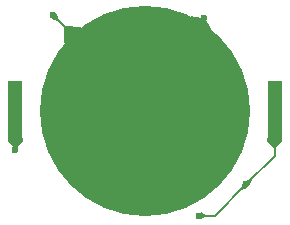
<source format=gbl>
%TF.GenerationSoftware,KiCad,Pcbnew,8.0.3*%
%TF.CreationDate,2025-02-28T01:09:01-06:00*%
%TF.ProjectId,HearingAid_Right,48656172-696e-4674-9169-645f52696768,rev?*%
%TF.SameCoordinates,Original*%
%TF.FileFunction,Copper,L2,Bot*%
%TF.FilePolarity,Positive*%
%FSLAX46Y46*%
G04 Gerber Fmt 4.6, Leading zero omitted, Abs format (unit mm)*
G04 Created by KiCad (PCBNEW 8.0.3) date 2025-02-28 01:09:01*
%MOMM*%
%LPD*%
G01*
G04 APERTURE LIST*
%TA.AperFunction,SMDPad,CuDef*%
%ADD10R,1.270000X5.080000*%
%TD*%
%TA.AperFunction,SMDPad,CuDef*%
%ADD11C,17.800000*%
%TD*%
%TA.AperFunction,ViaPad*%
%ADD12C,0.600000*%
%TD*%
%TA.AperFunction,Conductor*%
%ADD13C,0.127000*%
%TD*%
%TA.AperFunction,Conductor*%
%ADD14C,0.200000*%
%TD*%
G04 APERTURE END LIST*
D10*
%TO.P,BT1,1,+*%
%TO.N,B+*%
X133085000Y-70283630D03*
X111115000Y-70283630D03*
D11*
%TO.P,BT1,2,-*%
%TO.N,B-*%
X122100000Y-70283630D03*
%TD*%
D12*
%TO.N,B-*%
X127113413Y-62426587D03*
X114350000Y-62213500D03*
%TO.N,B+*%
X130670000Y-76540000D03*
X111115000Y-73595000D03*
X126720001Y-79186119D03*
%TD*%
D13*
%TO.N,B-*%
X122100000Y-66720000D02*
X122100000Y-70283630D01*
X122100000Y-69963500D02*
X114350000Y-62213500D01*
X122100000Y-70283630D02*
X122100000Y-69963500D01*
D14*
X127113413Y-65270217D02*
X122100000Y-70283630D01*
X127113413Y-62426587D02*
X127113413Y-65270217D01*
D13*
%TO.N,B+*%
X130670000Y-76540000D02*
X133085000Y-74125000D01*
X111115000Y-73595000D02*
X111115000Y-70283630D01*
X126720001Y-79186119D02*
X128023881Y-79186119D01*
X133085000Y-74125000D02*
X133085000Y-70283630D01*
X128023881Y-79186119D02*
X130670000Y-76540000D01*
%TD*%
%TA.AperFunction,Conductor*%
%TO.N,B-*%
G36*
X115320468Y-63089223D02*
G01*
X116711101Y-63199452D01*
X116719077Y-63203521D01*
X116719491Y-63204035D01*
X122038158Y-70202038D01*
X122040436Y-70210699D01*
X122035923Y-70218433D01*
X122027262Y-70220711D01*
X122021346Y-70218100D01*
X115283686Y-64594704D01*
X115279530Y-64586772D01*
X115279494Y-64586205D01*
X115225494Y-63183707D01*
X115228600Y-63175310D01*
X115228886Y-63175013D01*
X115311285Y-63092613D01*
X115319557Y-63089187D01*
X115320468Y-63089223D01*
G37*
%TD.AperFunction*%
%TD*%
%TA.AperFunction,Conductor*%
%TO.N,B-*%
G36*
X114625087Y-62103251D02*
G01*
X114631399Y-62109603D01*
X114631482Y-62109810D01*
X114816401Y-62585748D01*
X114816203Y-62594700D01*
X114813768Y-62598258D01*
X114734758Y-62677268D01*
X114726485Y-62680695D01*
X114722248Y-62679901D01*
X114246310Y-62494982D01*
X114239839Y-62488791D01*
X114239641Y-62479839D01*
X114239686Y-62479725D01*
X114347436Y-62217314D01*
X114353746Y-62210964D01*
X114616134Y-62103224D01*
X114625087Y-62103251D01*
G37*
%TD.AperFunction*%
%TD*%
%TA.AperFunction,Conductor*%
%TO.N,B-*%
G36*
X126379506Y-62351270D02*
G01*
X127013411Y-62426587D01*
X127013413Y-62426587D01*
X127206216Y-62426587D01*
X127214489Y-62430014D01*
X127216659Y-62433011D01*
X127690035Y-63369913D01*
X127690707Y-63378842D01*
X127688685Y-63382552D01*
X122165002Y-70204351D01*
X122157132Y-70208624D01*
X122148546Y-70206081D01*
X122144273Y-70198211D01*
X122145399Y-70191848D01*
X126000111Y-62314081D01*
X126006825Y-62308157D01*
X126011999Y-62307606D01*
X126379506Y-62351270D01*
G37*
%TD.AperFunction*%
%TD*%
%TA.AperFunction,Conductor*%
%TO.N,B-*%
G36*
X127380264Y-62537083D02*
G01*
X127386576Y-62543435D01*
X127386743Y-62551892D01*
X127216220Y-63018900D01*
X127210164Y-63025496D01*
X127205230Y-63026587D01*
X127021596Y-63026587D01*
X127013323Y-63023160D01*
X127010606Y-63018900D01*
X126840082Y-62551889D01*
X126840463Y-62542945D01*
X126846560Y-62537083D01*
X127108903Y-62427470D01*
X127117857Y-62427444D01*
X127380264Y-62537083D01*
G37*
%TD.AperFunction*%
%TD*%
%TA.AperFunction,Conductor*%
%TO.N,B+*%
G36*
X131051200Y-76073796D02*
G01*
X131054758Y-76076231D01*
X131133768Y-76155241D01*
X131137195Y-76163514D01*
X131136401Y-76167751D01*
X130951482Y-76643689D01*
X130945291Y-76650160D01*
X130936339Y-76650358D01*
X130936132Y-76650275D01*
X130673815Y-76542563D01*
X130667463Y-76536251D01*
X130667436Y-76536184D01*
X130559724Y-76273867D01*
X130559751Y-76264912D01*
X130566103Y-76258600D01*
X130566274Y-76258531D01*
X131042250Y-76073598D01*
X131051200Y-76073796D01*
G37*
%TD.AperFunction*%
%TD*%
%TA.AperFunction,Conductor*%
%TO.N,B+*%
G36*
X111125032Y-70324867D02*
G01*
X111126351Y-70328051D01*
X111748490Y-72817591D01*
X111747171Y-72826449D01*
X111745836Y-72828255D01*
X111181986Y-73454757D01*
X111173904Y-73458614D01*
X111173289Y-73458630D01*
X111056711Y-73458630D01*
X111048438Y-73455203D01*
X111048014Y-73454757D01*
X110484163Y-72828255D01*
X110481176Y-72819813D01*
X110481509Y-72817591D01*
X111103649Y-70328051D01*
X111108979Y-70320856D01*
X111117837Y-70319537D01*
X111125032Y-70324867D01*
G37*
%TD.AperFunction*%
%TD*%
%TA.AperFunction,Conductor*%
%TO.N,B+*%
G36*
X111179141Y-72998427D02*
G01*
X111181576Y-73001985D01*
X111387357Y-73469281D01*
X111387555Y-73478233D01*
X111381364Y-73484704D01*
X111381160Y-73484792D01*
X111119511Y-73594115D01*
X111110556Y-73594142D01*
X111110489Y-73594115D01*
X110848839Y-73484792D01*
X110842527Y-73478440D01*
X110842554Y-73469485D01*
X110842642Y-73469281D01*
X111048424Y-73001985D01*
X111054895Y-72995794D01*
X111059132Y-72995000D01*
X111170868Y-72995000D01*
X111179141Y-72998427D01*
G37*
%TD.AperFunction*%
%TD*%
%TA.AperFunction,Conductor*%
%TO.N,B+*%
G36*
X126845515Y-78913673D02*
G01*
X126845719Y-78913761D01*
X127313016Y-79119543D01*
X127319207Y-79126014D01*
X127320001Y-79130251D01*
X127320001Y-79241986D01*
X127316574Y-79250259D01*
X127313016Y-79252694D01*
X126845719Y-79458476D01*
X126836767Y-79458674D01*
X126830296Y-79452483D01*
X126830208Y-79452279D01*
X126746817Y-79252694D01*
X126720884Y-79190628D01*
X126720858Y-79181675D01*
X126720863Y-79181661D01*
X126830209Y-78919956D01*
X126836560Y-78913646D01*
X126845515Y-78913673D01*
G37*
%TD.AperFunction*%
%TD*%
%TA.AperFunction,Conductor*%
%TO.N,B+*%
G36*
X133095032Y-70324867D02*
G01*
X133096351Y-70328051D01*
X133718490Y-72817591D01*
X133717171Y-72826449D01*
X133715836Y-72828255D01*
X133151986Y-73454757D01*
X133143904Y-73458614D01*
X133143289Y-73458630D01*
X133026711Y-73458630D01*
X133018438Y-73455203D01*
X133018014Y-73454757D01*
X132454163Y-72828255D01*
X132451176Y-72819813D01*
X132451509Y-72817591D01*
X133073649Y-70328051D01*
X133078979Y-70320856D01*
X133087837Y-70319537D01*
X133095032Y-70324867D01*
G37*
%TD.AperFunction*%
%TD*%
%TA.AperFunction,Conductor*%
%TO.N,B+*%
G36*
X130403815Y-76429703D02*
G01*
X130587514Y-76505132D01*
X130666184Y-76537436D01*
X130672536Y-76543748D01*
X130672563Y-76543815D01*
X130780275Y-76806132D01*
X130780248Y-76815087D01*
X130773896Y-76821399D01*
X130773689Y-76821482D01*
X130297751Y-77006401D01*
X130288799Y-77006203D01*
X130285241Y-77003768D01*
X130206231Y-76924758D01*
X130202804Y-76916485D01*
X130203597Y-76912253D01*
X130388517Y-76436309D01*
X130394708Y-76429839D01*
X130403660Y-76429641D01*
X130403815Y-76429703D01*
G37*
%TD.AperFunction*%
%TD*%
M02*

</source>
